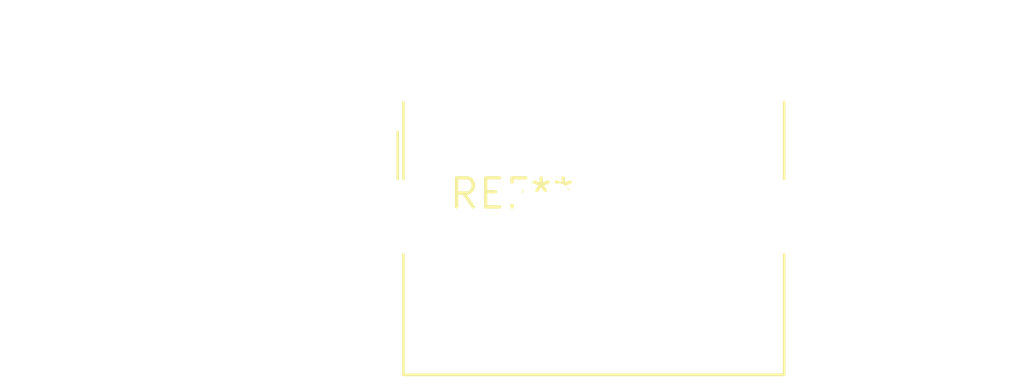
<source format=kicad_pcb>
(kicad_pcb (version 20240108) (generator pcbnew)
  (layers (0 "F.Cu" signal) (31 "B.Cu" signal) (34 "B.Paste" user) (35 "F.Paste" user) (36 "B.SilkS" user "B.Silkscreen") (37 "F.SilkS" user "F.Silkscreen") (38 "B.Mask" user) (39 "F.Mask" user) (44 "Edge.Cuts" user))
  (net 0 "")
  (footprint "RJ45_Connfly_DS1128-09-S8xx-S_Horizontal" (layer "F.Cu") (at 0 0)
    (property "Reference" "REF**")
    (property "Value" "RJ45_Connfly_DS1128-09-S8xx-S_Horizontal")
    (fp_line (start -4.99 -0.64) (end -4.99 -2.71) (layer "F.SilkS") (stroke (width 0.12)))
    (fp_line (start -4.74 -0.64) (end -4.74 -4) (layer "F.SilkS") (stroke (width 0.12)))
    (fp_line (start -4.74 7.92) (end -4.74 2.66) (layer "F.SilkS") (stroke (width 0.12)))
    (fp_line (start 11.88 -4) (end 11.88 -0.65) (layer "F.SilkS") (stroke (width 0.12)))
    (fp_line (start 11.88 2.66) (end 11.88 7.92) (layer "F.SilkS") (stroke (width 0.12)))
    (fp_line (start 11.88 7.92) (end -4.74 7.92) (layer "F.SilkS") (stroke (width 0.12)))
    (pad "" np_thru_hole circle (at -2.78 -2.54 180) (size 3.25 3.25) (drill 3.25) (layers F&B.Cu *.Mask))
    (pad "" np_thru_hole circle (at 9.92 -2.54 180) (size 3.25 3.25) (drill 3.25) (layers F&B.Cu *.Mask))
    (pad "1" thru_hole roundrect (at 0 0 180) (size 1.5 1.5) (drill 0.9) (layers *.Cu *.Mask) (remove_unused_layers) (roundrect_rratio 0.1666666667))
    (pad "2" thru_hole circle (at 1.02 1.78 180) (size 1.5 1.5) (drill 0.9) (layers *.Cu *.Mask) (remove_unused_layers))
    (pad "3" thru_hole circle (at 2.04 0 180) (size 1.5 1.5) (drill 0.9) (layers *.Cu *.Mask) (remove_unused_layers))
    (pad "4" thru_hole circle (at 3.06 1.78 180) (size 1.5 1.5) (drill 0.9) (layers *.Cu *.Mask) (remove_unused_layers))
    (pad "5" thru_hole circle (at 4.08 0 180) (size 1.5 1.5) (drill 0.9) (layers *.Cu *.Mask) (remove_unused_layers))
    (pad "6" thru_hole circle (at 5.1 1.78 180) (size 1.5 1.5) (drill 0.9) (layers *.Cu *.Mask) (remove_unused_layers))
    (pad "7" thru_hole circle (at 6.12 0 180) (size 1.5 1.5) (drill 0.9) (layers *.Cu *.Mask) (remove_unused_layers))
    (pad "8" thru_hole circle (at 7.14 1.78 180) (size 1.5 1.5) (drill 0.9) (layers *.Cu *.Mask) (remove_unused_layers))
    (pad "9" thru_hole circle (at -3.29 6.6 180) (size 1.5 1.5) (drill 0.9) (layers *.Cu *.Mask) (remove_unused_layers))
    (pad "10" thru_hole circle (at -1 6.6 180) (size 1.5 1.5) (drill 0.9) (layers *.Cu *.Mask) (remove_unused_layers))
    (pad "11" thru_hole circle (at 8.14 6.6 180) (size 1.5 1.5) (drill 0.9) (layers *.Cu *.Mask) (remove_unused_layers))
    (pad "12" thru_hole circle (at 10.43 6.6 180) (size 1.5 1.5) (drill 0.9) (layers *.Cu *.Mask) (remove_unused_layers))
    (pad "SH" thru_hole circle (at -4.56 1.02 180) (size 2.7 2.7) (drill 1.8) (layers *.Cu *.Mask) (remove_unused_layers))
    (pad "SH" thru_hole circle (at 11.7 1.02 180) (size 2.7 2.7) (drill 1.8) (layers *.Cu *.Mask) (remove_unused_layers))
  )
)
</source>
